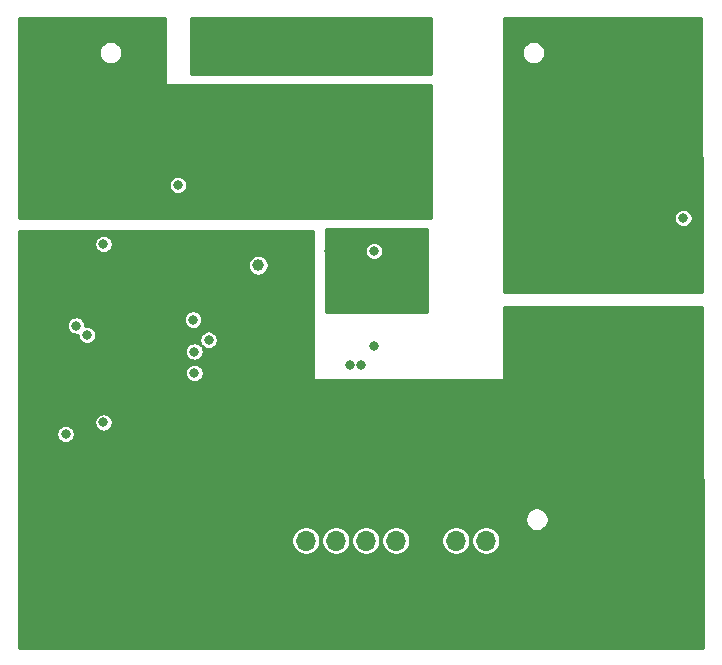
<source format=gbr>
%TF.GenerationSoftware,KiCad,Pcbnew,(5.1.8)-1*%
%TF.CreationDate,2022-03-13T17:16:43-07:00*%
%TF.ProjectId,lm5116_synchronous_buck,6c6d3531-3136-45f7-9379-6e6368726f6e,rev?*%
%TF.SameCoordinates,Original*%
%TF.FileFunction,Copper,L2,Inr*%
%TF.FilePolarity,Positive*%
%FSLAX46Y46*%
G04 Gerber Fmt 4.6, Leading zero omitted, Abs format (unit mm)*
G04 Created by KiCad (PCBNEW (5.1.8)-1) date 2022-03-13 17:16:43*
%MOMM*%
%LPD*%
G01*
G04 APERTURE LIST*
%TA.AperFunction,ComponentPad*%
%ADD10C,0.900000*%
%TD*%
%TA.AperFunction,ComponentPad*%
%ADD11C,9.000000*%
%TD*%
%TA.AperFunction,ComponentPad*%
%ADD12O,1.700000X1.700000*%
%TD*%
%TA.AperFunction,ComponentPad*%
%ADD13R,1.700000X1.700000*%
%TD*%
%TA.AperFunction,ViaPad*%
%ADD14C,0.800000*%
%TD*%
%TA.AperFunction,ViaPad*%
%ADD15C,1.000000*%
%TD*%
%TA.AperFunction,Conductor*%
%ADD16C,0.254000*%
%TD*%
%TA.AperFunction,Conductor*%
%ADD17C,0.100000*%
%TD*%
G04 APERTURE END LIST*
D10*
%TO.N,CSG*%
%TO.C,H4*%
X123386485Y-119813515D03*
X121000000Y-118825000D03*
X118613515Y-119813515D03*
X117625000Y-122200000D03*
X118613515Y-124586485D03*
X121000000Y-125575000D03*
X123386485Y-124586485D03*
X124375000Y-122200000D03*
D11*
X121000000Y-122200000D03*
%TD*%
D10*
%TO.N,Vout*%
%TO.C,H3*%
X168386485Y-82413515D03*
X166000000Y-81425000D03*
X163613515Y-82413515D03*
X162625000Y-84800000D03*
X163613515Y-87186485D03*
X166000000Y-88175000D03*
X168386485Y-87186485D03*
X169375000Y-84800000D03*
D11*
X166000000Y-84800000D03*
%TD*%
D10*
%TO.N,CSG*%
%TO.C,H2*%
X168386485Y-119813515D03*
X166000000Y-118825000D03*
X163613515Y-119813515D03*
X162625000Y-122200000D03*
X163613515Y-124586485D03*
X166000000Y-125575000D03*
X168386485Y-124586485D03*
X169375000Y-122200000D03*
D11*
X166000000Y-122200000D03*
%TD*%
D10*
%TO.N,Vin*%
%TO.C,H1*%
X123386485Y-82413515D03*
X121000000Y-81425000D03*
X118613515Y-82413515D03*
X117625000Y-84800000D03*
X118613515Y-87186485D03*
X121000000Y-88175000D03*
X123386485Y-87186485D03*
X124375000Y-84800000D03*
D11*
X121000000Y-84800000D03*
%TD*%
D12*
%TO.N,Vin*%
%TO.C,J2*%
X155480000Y-118700000D03*
%TO.N,Vout*%
X152940000Y-118700000D03*
%TO.N,CSG*%
X150400000Y-118700000D03*
%TO.N,SW*%
X147860000Y-118700000D03*
%TO.N,EN*%
X145320000Y-118700000D03*
%TO.N,CS*%
X142780000Y-118700000D03*
%TO.N,FB*%
X140240000Y-118700000D03*
D13*
%TO.N,CSG*%
X137700000Y-118700000D03*
%TD*%
D14*
%TO.N,CSG*%
X136400000Y-76200000D03*
X135400000Y-76200000D03*
X136400000Y-77200000D03*
X135400000Y-77200000D03*
X136400000Y-78200000D03*
X135400000Y-78200000D03*
X135300000Y-93600000D03*
X172700000Y-99700000D03*
X170100000Y-99700000D03*
X167700000Y-99700000D03*
X164900000Y-99700000D03*
X162200000Y-99700000D03*
X166700000Y-102000000D03*
X162200000Y-103500000D03*
X169700000Y-102000000D03*
X166700000Y-103500000D03*
X168200000Y-102000000D03*
X171200000Y-102000000D03*
X169700000Y-103500000D03*
X165200000Y-103500000D03*
X168200000Y-103500000D03*
X163700000Y-103500000D03*
X162200000Y-102000000D03*
X171200000Y-103500000D03*
X165200000Y-102000000D03*
X163700000Y-102000000D03*
X125300000Y-103100000D03*
X125300000Y-101400000D03*
X125300000Y-99700000D03*
X127000000Y-103100000D03*
X127000000Y-99700000D03*
X127000000Y-101400000D03*
X127000000Y-104800000D03*
X127800000Y-115700000D03*
X130800000Y-115700000D03*
X132300000Y-115700000D03*
X129300000Y-115700000D03*
X136800000Y-115700000D03*
X135300000Y-115700000D03*
X133800000Y-115700000D03*
X162100000Y-110400000D03*
X165100000Y-110400000D03*
X166600000Y-110400000D03*
X163600000Y-110400000D03*
X171100000Y-110400000D03*
X169600000Y-110400000D03*
X168100000Y-110400000D03*
X162100000Y-111900000D03*
X165100000Y-111900000D03*
X166600000Y-111900000D03*
X163600000Y-111900000D03*
X171100000Y-111900000D03*
X169600000Y-111900000D03*
X168100000Y-111900000D03*
X143200000Y-75600000D03*
X146200000Y-75600000D03*
X144700000Y-75600000D03*
X143200000Y-77500000D03*
X146200000Y-77500000D03*
X144700000Y-77500000D03*
X119400000Y-96900000D03*
X117700000Y-96900000D03*
X116700000Y-98700000D03*
X116700000Y-101200000D03*
X116600000Y-103600000D03*
X125800000Y-98000000D03*
X129400000Y-88600000D03*
X172200000Y-91400000D03*
X116400000Y-105700000D03*
X116300000Y-108300000D03*
X132900000Y-93575000D03*
%TO.N,FB*%
X119900000Y-109700000D03*
%TO.N,Vin*%
X136300000Y-84900000D03*
X135300000Y-84900000D03*
X136300000Y-83800000D03*
X135300000Y-83800000D03*
X136300000Y-82700000D03*
X135300000Y-82700000D03*
X140100000Y-90600000D03*
X137700000Y-90600000D03*
X135300000Y-90600000D03*
X132900000Y-90600000D03*
X142700000Y-90400000D03*
X144000000Y-90400000D03*
X145300000Y-90400000D03*
X145300000Y-88900000D03*
X144000000Y-88900000D03*
X142700000Y-88900000D03*
X143600000Y-83900000D03*
X145100000Y-83900000D03*
X142100000Y-83900000D03*
X149600000Y-83900000D03*
X148100000Y-83900000D03*
X146600000Y-83900000D03*
X143600000Y-85300000D03*
X145100000Y-85300000D03*
X142100000Y-85300000D03*
X149600000Y-85300000D03*
X148100000Y-85300000D03*
X146600000Y-85300000D03*
X126800000Y-84000000D03*
X128200000Y-84000000D03*
X129600000Y-84000000D03*
X126800000Y-85400000D03*
X128200000Y-85400000D03*
X129600000Y-85400000D03*
%TO.N,SW*%
X149500000Y-93100000D03*
X148200000Y-93100000D03*
X149500000Y-96800000D03*
X148200000Y-96800000D03*
X149500000Y-95500000D03*
X148200000Y-95500000D03*
X149500000Y-94200000D03*
X148200000Y-94200000D03*
X144000000Y-98100000D03*
X145500000Y-98100000D03*
X145500000Y-96900000D03*
X142200000Y-94200000D03*
X143500000Y-94200000D03*
X144700000Y-94200000D03*
D15*
X136200000Y-95400000D03*
D14*
%TO.N,Vcc*%
X120800000Y-100500000D03*
X132000000Y-101700000D03*
%TO.N,Vout*%
X158200000Y-96900000D03*
X159600000Y-95900000D03*
X158200000Y-95900000D03*
X159600000Y-94900000D03*
X158200000Y-94900000D03*
X159600000Y-93900000D03*
X158200000Y-93900000D03*
X159600000Y-92900000D03*
X158200000Y-92900000D03*
X172700000Y-96700000D03*
X170100000Y-96700000D03*
X167700000Y-96700000D03*
X164900000Y-96700000D03*
X162200000Y-96700000D03*
X161900000Y-78900000D03*
X164900000Y-78900000D03*
X166400000Y-78900000D03*
X163400000Y-78900000D03*
X170900000Y-78900000D03*
X169400000Y-78900000D03*
X167900000Y-78900000D03*
X123100000Y-108700000D03*
X162200000Y-94700000D03*
X165200000Y-94700000D03*
X166700000Y-94700000D03*
X163700000Y-94700000D03*
X171200000Y-94700000D03*
X169700000Y-94700000D03*
X168200000Y-94700000D03*
X162200000Y-93100000D03*
X163700000Y-93100000D03*
X165200000Y-93100000D03*
X166700000Y-93100000D03*
X168200000Y-93100000D03*
X169700000Y-93100000D03*
X171200000Y-93100000D03*
%TO.N,EN*%
X121700000Y-101300000D03*
X123100000Y-93600000D03*
%TO.N,CS*%
X144000000Y-103800000D03*
X144900000Y-103800000D03*
X130800000Y-104500000D03*
%TO.N,HO*%
X146000000Y-94200000D03*
X130700000Y-100000000D03*
%TO.N,LO*%
X146000000Y-102200000D03*
X130800000Y-102700000D03*
%TD*%
D16*
%TO.N,Vout*%
X173772458Y-97673000D02*
X157027000Y-97673000D01*
X157027000Y-91323078D01*
X171419000Y-91323078D01*
X171419000Y-91476922D01*
X171449013Y-91627809D01*
X171507887Y-91769942D01*
X171593358Y-91897859D01*
X171702141Y-92006642D01*
X171830058Y-92092113D01*
X171972191Y-92150987D01*
X172123078Y-92181000D01*
X172276922Y-92181000D01*
X172427809Y-92150987D01*
X172569942Y-92092113D01*
X172697859Y-92006642D01*
X172806642Y-91897859D01*
X172892113Y-91769942D01*
X172950987Y-91627809D01*
X172981000Y-91476922D01*
X172981000Y-91323078D01*
X172950987Y-91172191D01*
X172892113Y-91030058D01*
X172806642Y-90902141D01*
X172697859Y-90793358D01*
X172569942Y-90707887D01*
X172427809Y-90649013D01*
X172276922Y-90619000D01*
X172123078Y-90619000D01*
X171972191Y-90649013D01*
X171830058Y-90707887D01*
X171702141Y-90793358D01*
X171593358Y-90902141D01*
X171507887Y-91030058D01*
X171449013Y-91172191D01*
X171419000Y-91323078D01*
X157027000Y-91323078D01*
X157027000Y-77301787D01*
X158502825Y-77301787D01*
X158502825Y-77498213D01*
X158541146Y-77690865D01*
X158616315Y-77872340D01*
X158725444Y-78035662D01*
X158864338Y-78174556D01*
X159027660Y-78283685D01*
X159209135Y-78358854D01*
X159401787Y-78397175D01*
X159598213Y-78397175D01*
X159790865Y-78358854D01*
X159972340Y-78283685D01*
X160135662Y-78174556D01*
X160274556Y-78035662D01*
X160383685Y-77872340D01*
X160458854Y-77690865D01*
X160497175Y-77498213D01*
X160497175Y-77301787D01*
X160458854Y-77109135D01*
X160383685Y-76927660D01*
X160274556Y-76764338D01*
X160135662Y-76625444D01*
X159972340Y-76516315D01*
X159790865Y-76441146D01*
X159598213Y-76402825D01*
X159401787Y-76402825D01*
X159209135Y-76441146D01*
X159027660Y-76516315D01*
X158864338Y-76625444D01*
X158725444Y-76764338D01*
X158616315Y-76927660D01*
X158541146Y-77109135D01*
X158502825Y-77301787D01*
X157027000Y-77301787D01*
X157027000Y-74427000D01*
X173673539Y-74427000D01*
X173772458Y-97673000D01*
%TA.AperFunction,Conductor*%
D17*
G36*
X173772458Y-97673000D02*
G01*
X157027000Y-97673000D01*
X157027000Y-91323078D01*
X171419000Y-91323078D01*
X171419000Y-91476922D01*
X171449013Y-91627809D01*
X171507887Y-91769942D01*
X171593358Y-91897859D01*
X171702141Y-92006642D01*
X171830058Y-92092113D01*
X171972191Y-92150987D01*
X172123078Y-92181000D01*
X172276922Y-92181000D01*
X172427809Y-92150987D01*
X172569942Y-92092113D01*
X172697859Y-92006642D01*
X172806642Y-91897859D01*
X172892113Y-91769942D01*
X172950987Y-91627809D01*
X172981000Y-91476922D01*
X172981000Y-91323078D01*
X172950987Y-91172191D01*
X172892113Y-91030058D01*
X172806642Y-90902141D01*
X172697859Y-90793358D01*
X172569942Y-90707887D01*
X172427809Y-90649013D01*
X172276922Y-90619000D01*
X172123078Y-90619000D01*
X171972191Y-90649013D01*
X171830058Y-90707887D01*
X171702141Y-90793358D01*
X171593358Y-90902141D01*
X171507887Y-91030058D01*
X171449013Y-91172191D01*
X171419000Y-91323078D01*
X157027000Y-91323078D01*
X157027000Y-77301787D01*
X158502825Y-77301787D01*
X158502825Y-77498213D01*
X158541146Y-77690865D01*
X158616315Y-77872340D01*
X158725444Y-78035662D01*
X158864338Y-78174556D01*
X159027660Y-78283685D01*
X159209135Y-78358854D01*
X159401787Y-78397175D01*
X159598213Y-78397175D01*
X159790865Y-78358854D01*
X159972340Y-78283685D01*
X160135662Y-78174556D01*
X160274556Y-78035662D01*
X160383685Y-77872340D01*
X160458854Y-77690865D01*
X160497175Y-77498213D01*
X160497175Y-77301787D01*
X160458854Y-77109135D01*
X160383685Y-76927660D01*
X160274556Y-76764338D01*
X160135662Y-76625444D01*
X159972340Y-76516315D01*
X159790865Y-76441146D01*
X159598213Y-76402825D01*
X159401787Y-76402825D01*
X159209135Y-76441146D01*
X159027660Y-76516315D01*
X158864338Y-76625444D01*
X158725444Y-76764338D01*
X158616315Y-76927660D01*
X158541146Y-77109135D01*
X158502825Y-77301787D01*
X157027000Y-77301787D01*
X157027000Y-74427000D01*
X173673539Y-74427000D01*
X173772458Y-97673000D01*
G37*
%TD.AperFunction*%
%TD*%
D16*
%TO.N,CSG*%
X150873000Y-79173000D02*
X130527000Y-79173000D01*
X130527000Y-74427000D01*
X150873000Y-74427000D01*
X150873000Y-79173000D01*
%TA.AperFunction,Conductor*%
D17*
G36*
X150873000Y-79173000D02*
G01*
X130527000Y-79173000D01*
X130527000Y-74427000D01*
X150873000Y-74427000D01*
X150873000Y-79173000D01*
G37*
%TD.AperFunction*%
%TD*%
D16*
%TO.N,Vin*%
X128273000Y-80000000D02*
X128275440Y-80024776D01*
X128282667Y-80048601D01*
X128294403Y-80070557D01*
X128310197Y-80089803D01*
X128329443Y-80105597D01*
X128351399Y-80117333D01*
X128375224Y-80124560D01*
X128400000Y-80127000D01*
X150873000Y-80127000D01*
X150873000Y-91373000D01*
X115927000Y-91373000D01*
X115927000Y-88523078D01*
X128619000Y-88523078D01*
X128619000Y-88676922D01*
X128649013Y-88827809D01*
X128707887Y-88969942D01*
X128793358Y-89097859D01*
X128902141Y-89206642D01*
X129030058Y-89292113D01*
X129172191Y-89350987D01*
X129323078Y-89381000D01*
X129476922Y-89381000D01*
X129627809Y-89350987D01*
X129769942Y-89292113D01*
X129897859Y-89206642D01*
X130006642Y-89097859D01*
X130092113Y-88969942D01*
X130150987Y-88827809D01*
X130181000Y-88676922D01*
X130181000Y-88523078D01*
X130150987Y-88372191D01*
X130092113Y-88230058D01*
X130006642Y-88102141D01*
X129897859Y-87993358D01*
X129769942Y-87907887D01*
X129627809Y-87849013D01*
X129476922Y-87819000D01*
X129323078Y-87819000D01*
X129172191Y-87849013D01*
X129030058Y-87907887D01*
X128902141Y-87993358D01*
X128793358Y-88102141D01*
X128707887Y-88230058D01*
X128649013Y-88372191D01*
X128619000Y-88523078D01*
X115927000Y-88523078D01*
X115927000Y-77301787D01*
X122702825Y-77301787D01*
X122702825Y-77498213D01*
X122741146Y-77690865D01*
X122816315Y-77872340D01*
X122925444Y-78035662D01*
X123064338Y-78174556D01*
X123227660Y-78283685D01*
X123409135Y-78358854D01*
X123601787Y-78397175D01*
X123798213Y-78397175D01*
X123990865Y-78358854D01*
X124172340Y-78283685D01*
X124335662Y-78174556D01*
X124474556Y-78035662D01*
X124583685Y-77872340D01*
X124658854Y-77690865D01*
X124697175Y-77498213D01*
X124697175Y-77301787D01*
X124658854Y-77109135D01*
X124583685Y-76927660D01*
X124474556Y-76764338D01*
X124335662Y-76625444D01*
X124172340Y-76516315D01*
X123990865Y-76441146D01*
X123798213Y-76402825D01*
X123601787Y-76402825D01*
X123409135Y-76441146D01*
X123227660Y-76516315D01*
X123064338Y-76625444D01*
X122925444Y-76764338D01*
X122816315Y-76927660D01*
X122741146Y-77109135D01*
X122702825Y-77301787D01*
X115927000Y-77301787D01*
X115927000Y-74427000D01*
X128273000Y-74427000D01*
X128273000Y-80000000D01*
%TA.AperFunction,Conductor*%
D17*
G36*
X128273000Y-80000000D02*
G01*
X128275440Y-80024776D01*
X128282667Y-80048601D01*
X128294403Y-80070557D01*
X128310197Y-80089803D01*
X128329443Y-80105597D01*
X128351399Y-80117333D01*
X128375224Y-80124560D01*
X128400000Y-80127000D01*
X150873000Y-80127000D01*
X150873000Y-91373000D01*
X115927000Y-91373000D01*
X115927000Y-88523078D01*
X128619000Y-88523078D01*
X128619000Y-88676922D01*
X128649013Y-88827809D01*
X128707887Y-88969942D01*
X128793358Y-89097859D01*
X128902141Y-89206642D01*
X129030058Y-89292113D01*
X129172191Y-89350987D01*
X129323078Y-89381000D01*
X129476922Y-89381000D01*
X129627809Y-89350987D01*
X129769942Y-89292113D01*
X129897859Y-89206642D01*
X130006642Y-89097859D01*
X130092113Y-88969942D01*
X130150987Y-88827809D01*
X130181000Y-88676922D01*
X130181000Y-88523078D01*
X130150987Y-88372191D01*
X130092113Y-88230058D01*
X130006642Y-88102141D01*
X129897859Y-87993358D01*
X129769942Y-87907887D01*
X129627809Y-87849013D01*
X129476922Y-87819000D01*
X129323078Y-87819000D01*
X129172191Y-87849013D01*
X129030058Y-87907887D01*
X128902141Y-87993358D01*
X128793358Y-88102141D01*
X128707887Y-88230058D01*
X128649013Y-88372191D01*
X128619000Y-88523078D01*
X115927000Y-88523078D01*
X115927000Y-77301787D01*
X122702825Y-77301787D01*
X122702825Y-77498213D01*
X122741146Y-77690865D01*
X122816315Y-77872340D01*
X122925444Y-78035662D01*
X123064338Y-78174556D01*
X123227660Y-78283685D01*
X123409135Y-78358854D01*
X123601787Y-78397175D01*
X123798213Y-78397175D01*
X123990865Y-78358854D01*
X124172340Y-78283685D01*
X124335662Y-78174556D01*
X124474556Y-78035662D01*
X124583685Y-77872340D01*
X124658854Y-77690865D01*
X124697175Y-77498213D01*
X124697175Y-77301787D01*
X124658854Y-77109135D01*
X124583685Y-76927660D01*
X124474556Y-76764338D01*
X124335662Y-76625444D01*
X124172340Y-76516315D01*
X123990865Y-76441146D01*
X123798213Y-76402825D01*
X123601787Y-76402825D01*
X123409135Y-76441146D01*
X123227660Y-76516315D01*
X123064338Y-76625444D01*
X122925444Y-76764338D01*
X122816315Y-76927660D01*
X122741146Y-77109135D01*
X122702825Y-77301787D01*
X115927000Y-77301787D01*
X115927000Y-74427000D01*
X128273000Y-74427000D01*
X128273000Y-80000000D01*
G37*
%TD.AperFunction*%
%TD*%
D16*
%TO.N,SW*%
X150473000Y-99373000D02*
X141927000Y-99373000D01*
X141927000Y-94123078D01*
X145219000Y-94123078D01*
X145219000Y-94276922D01*
X145249013Y-94427809D01*
X145307887Y-94569942D01*
X145393358Y-94697859D01*
X145502141Y-94806642D01*
X145630058Y-94892113D01*
X145772191Y-94950987D01*
X145923078Y-94981000D01*
X146076922Y-94981000D01*
X146227809Y-94950987D01*
X146369942Y-94892113D01*
X146497859Y-94806642D01*
X146606642Y-94697859D01*
X146692113Y-94569942D01*
X146750987Y-94427809D01*
X146781000Y-94276922D01*
X146781000Y-94123078D01*
X146750987Y-93972191D01*
X146692113Y-93830058D01*
X146606642Y-93702141D01*
X146497859Y-93593358D01*
X146369942Y-93507887D01*
X146227809Y-93449013D01*
X146076922Y-93419000D01*
X145923078Y-93419000D01*
X145772191Y-93449013D01*
X145630058Y-93507887D01*
X145502141Y-93593358D01*
X145393358Y-93702141D01*
X145307887Y-93830058D01*
X145249013Y-93972191D01*
X145219000Y-94123078D01*
X141927000Y-94123078D01*
X141927000Y-92327000D01*
X150473000Y-92327000D01*
X150473000Y-99373000D01*
%TA.AperFunction,Conductor*%
D17*
G36*
X150473000Y-99373000D02*
G01*
X141927000Y-99373000D01*
X141927000Y-94123078D01*
X145219000Y-94123078D01*
X145219000Y-94276922D01*
X145249013Y-94427809D01*
X145307887Y-94569942D01*
X145393358Y-94697859D01*
X145502141Y-94806642D01*
X145630058Y-94892113D01*
X145772191Y-94950987D01*
X145923078Y-94981000D01*
X146076922Y-94981000D01*
X146227809Y-94950987D01*
X146369942Y-94892113D01*
X146497859Y-94806642D01*
X146606642Y-94697859D01*
X146692113Y-94569942D01*
X146750987Y-94427809D01*
X146781000Y-94276922D01*
X146781000Y-94123078D01*
X146750987Y-93972191D01*
X146692113Y-93830058D01*
X146606642Y-93702141D01*
X146497859Y-93593358D01*
X146369942Y-93507887D01*
X146227809Y-93449013D01*
X146076922Y-93419000D01*
X145923078Y-93419000D01*
X145772191Y-93449013D01*
X145630058Y-93507887D01*
X145502141Y-93593358D01*
X145393358Y-93702141D01*
X145307887Y-93830058D01*
X145249013Y-93972191D01*
X145219000Y-94123078D01*
X141927000Y-94123078D01*
X141927000Y-92327000D01*
X150473000Y-92327000D01*
X150473000Y-99373000D01*
G37*
%TD.AperFunction*%
%TD*%
D16*
%TO.N,CSG*%
X140873000Y-105000000D02*
X140875440Y-105024776D01*
X140882667Y-105048601D01*
X140894403Y-105070557D01*
X140910197Y-105089803D01*
X140929443Y-105105597D01*
X140951399Y-105117333D01*
X140975224Y-105124560D01*
X141000000Y-105127000D01*
X156900000Y-105127000D01*
X156924776Y-105124560D01*
X156948601Y-105117333D01*
X156970557Y-105105597D01*
X156989803Y-105089803D01*
X157005597Y-105070557D01*
X157017333Y-105048601D01*
X157024560Y-105024776D01*
X157027000Y-105000000D01*
X157027000Y-98927000D01*
X173773436Y-98927000D01*
X173872563Y-127773000D01*
X115927000Y-127773000D01*
X115927000Y-118578757D01*
X139009000Y-118578757D01*
X139009000Y-118821243D01*
X139056307Y-119059069D01*
X139149102Y-119283097D01*
X139283820Y-119484717D01*
X139455283Y-119656180D01*
X139656903Y-119790898D01*
X139880931Y-119883693D01*
X140118757Y-119931000D01*
X140361243Y-119931000D01*
X140599069Y-119883693D01*
X140823097Y-119790898D01*
X141024717Y-119656180D01*
X141196180Y-119484717D01*
X141330898Y-119283097D01*
X141423693Y-119059069D01*
X141471000Y-118821243D01*
X141471000Y-118578757D01*
X141549000Y-118578757D01*
X141549000Y-118821243D01*
X141596307Y-119059069D01*
X141689102Y-119283097D01*
X141823820Y-119484717D01*
X141995283Y-119656180D01*
X142196903Y-119790898D01*
X142420931Y-119883693D01*
X142658757Y-119931000D01*
X142901243Y-119931000D01*
X143139069Y-119883693D01*
X143363097Y-119790898D01*
X143564717Y-119656180D01*
X143736180Y-119484717D01*
X143870898Y-119283097D01*
X143963693Y-119059069D01*
X144011000Y-118821243D01*
X144011000Y-118578757D01*
X144089000Y-118578757D01*
X144089000Y-118821243D01*
X144136307Y-119059069D01*
X144229102Y-119283097D01*
X144363820Y-119484717D01*
X144535283Y-119656180D01*
X144736903Y-119790898D01*
X144960931Y-119883693D01*
X145198757Y-119931000D01*
X145441243Y-119931000D01*
X145679069Y-119883693D01*
X145903097Y-119790898D01*
X146104717Y-119656180D01*
X146276180Y-119484717D01*
X146410898Y-119283097D01*
X146503693Y-119059069D01*
X146551000Y-118821243D01*
X146551000Y-118578757D01*
X146629000Y-118578757D01*
X146629000Y-118821243D01*
X146676307Y-119059069D01*
X146769102Y-119283097D01*
X146903820Y-119484717D01*
X147075283Y-119656180D01*
X147276903Y-119790898D01*
X147500931Y-119883693D01*
X147738757Y-119931000D01*
X147981243Y-119931000D01*
X148219069Y-119883693D01*
X148443097Y-119790898D01*
X148644717Y-119656180D01*
X148816180Y-119484717D01*
X148950898Y-119283097D01*
X149043693Y-119059069D01*
X149091000Y-118821243D01*
X149091000Y-118578757D01*
X151709000Y-118578757D01*
X151709000Y-118821243D01*
X151756307Y-119059069D01*
X151849102Y-119283097D01*
X151983820Y-119484717D01*
X152155283Y-119656180D01*
X152356903Y-119790898D01*
X152580931Y-119883693D01*
X152818757Y-119931000D01*
X153061243Y-119931000D01*
X153299069Y-119883693D01*
X153523097Y-119790898D01*
X153724717Y-119656180D01*
X153896180Y-119484717D01*
X154030898Y-119283097D01*
X154123693Y-119059069D01*
X154171000Y-118821243D01*
X154171000Y-118578757D01*
X154249000Y-118578757D01*
X154249000Y-118821243D01*
X154296307Y-119059069D01*
X154389102Y-119283097D01*
X154523820Y-119484717D01*
X154695283Y-119656180D01*
X154896903Y-119790898D01*
X155120931Y-119883693D01*
X155358757Y-119931000D01*
X155601243Y-119931000D01*
X155839069Y-119883693D01*
X156063097Y-119790898D01*
X156264717Y-119656180D01*
X156436180Y-119484717D01*
X156570898Y-119283097D01*
X156663693Y-119059069D01*
X156711000Y-118821243D01*
X156711000Y-118578757D01*
X156663693Y-118340931D01*
X156570898Y-118116903D01*
X156436180Y-117915283D01*
X156264717Y-117743820D01*
X156063097Y-117609102D01*
X155839069Y-117516307D01*
X155601243Y-117469000D01*
X155358757Y-117469000D01*
X155120931Y-117516307D01*
X154896903Y-117609102D01*
X154695283Y-117743820D01*
X154523820Y-117915283D01*
X154389102Y-118116903D01*
X154296307Y-118340931D01*
X154249000Y-118578757D01*
X154171000Y-118578757D01*
X154123693Y-118340931D01*
X154030898Y-118116903D01*
X153896180Y-117915283D01*
X153724717Y-117743820D01*
X153523097Y-117609102D01*
X153299069Y-117516307D01*
X153061243Y-117469000D01*
X152818757Y-117469000D01*
X152580931Y-117516307D01*
X152356903Y-117609102D01*
X152155283Y-117743820D01*
X151983820Y-117915283D01*
X151849102Y-118116903D01*
X151756307Y-118340931D01*
X151709000Y-118578757D01*
X149091000Y-118578757D01*
X149043693Y-118340931D01*
X148950898Y-118116903D01*
X148816180Y-117915283D01*
X148644717Y-117743820D01*
X148443097Y-117609102D01*
X148219069Y-117516307D01*
X147981243Y-117469000D01*
X147738757Y-117469000D01*
X147500931Y-117516307D01*
X147276903Y-117609102D01*
X147075283Y-117743820D01*
X146903820Y-117915283D01*
X146769102Y-118116903D01*
X146676307Y-118340931D01*
X146629000Y-118578757D01*
X146551000Y-118578757D01*
X146503693Y-118340931D01*
X146410898Y-118116903D01*
X146276180Y-117915283D01*
X146104717Y-117743820D01*
X145903097Y-117609102D01*
X145679069Y-117516307D01*
X145441243Y-117469000D01*
X145198757Y-117469000D01*
X144960931Y-117516307D01*
X144736903Y-117609102D01*
X144535283Y-117743820D01*
X144363820Y-117915283D01*
X144229102Y-118116903D01*
X144136307Y-118340931D01*
X144089000Y-118578757D01*
X144011000Y-118578757D01*
X143963693Y-118340931D01*
X143870898Y-118116903D01*
X143736180Y-117915283D01*
X143564717Y-117743820D01*
X143363097Y-117609102D01*
X143139069Y-117516307D01*
X142901243Y-117469000D01*
X142658757Y-117469000D01*
X142420931Y-117516307D01*
X142196903Y-117609102D01*
X141995283Y-117743820D01*
X141823820Y-117915283D01*
X141689102Y-118116903D01*
X141596307Y-118340931D01*
X141549000Y-118578757D01*
X141471000Y-118578757D01*
X141423693Y-118340931D01*
X141330898Y-118116903D01*
X141196180Y-117915283D01*
X141024717Y-117743820D01*
X140823097Y-117609102D01*
X140599069Y-117516307D01*
X140361243Y-117469000D01*
X140118757Y-117469000D01*
X139880931Y-117516307D01*
X139656903Y-117609102D01*
X139455283Y-117743820D01*
X139283820Y-117915283D01*
X139149102Y-118116903D01*
X139056307Y-118340931D01*
X139009000Y-118578757D01*
X115927000Y-118578757D01*
X115927000Y-116801787D01*
X158802825Y-116801787D01*
X158802825Y-116998213D01*
X158841146Y-117190865D01*
X158916315Y-117372340D01*
X159025444Y-117535662D01*
X159164338Y-117674556D01*
X159327660Y-117783685D01*
X159509135Y-117858854D01*
X159701787Y-117897175D01*
X159898213Y-117897175D01*
X160090865Y-117858854D01*
X160272340Y-117783685D01*
X160435662Y-117674556D01*
X160574556Y-117535662D01*
X160683685Y-117372340D01*
X160758854Y-117190865D01*
X160797175Y-116998213D01*
X160797175Y-116801787D01*
X160758854Y-116609135D01*
X160683685Y-116427660D01*
X160574556Y-116264338D01*
X160435662Y-116125444D01*
X160272340Y-116016315D01*
X160090865Y-115941146D01*
X159898213Y-115902825D01*
X159701787Y-115902825D01*
X159509135Y-115941146D01*
X159327660Y-116016315D01*
X159164338Y-116125444D01*
X159025444Y-116264338D01*
X158916315Y-116427660D01*
X158841146Y-116609135D01*
X158802825Y-116801787D01*
X115927000Y-116801787D01*
X115927000Y-109623078D01*
X119119000Y-109623078D01*
X119119000Y-109776922D01*
X119149013Y-109927809D01*
X119207887Y-110069942D01*
X119293358Y-110197859D01*
X119402141Y-110306642D01*
X119530058Y-110392113D01*
X119672191Y-110450987D01*
X119823078Y-110481000D01*
X119976922Y-110481000D01*
X120127809Y-110450987D01*
X120269942Y-110392113D01*
X120397859Y-110306642D01*
X120506642Y-110197859D01*
X120592113Y-110069942D01*
X120650987Y-109927809D01*
X120681000Y-109776922D01*
X120681000Y-109623078D01*
X120650987Y-109472191D01*
X120592113Y-109330058D01*
X120506642Y-109202141D01*
X120397859Y-109093358D01*
X120269942Y-109007887D01*
X120127809Y-108949013D01*
X119976922Y-108919000D01*
X119823078Y-108919000D01*
X119672191Y-108949013D01*
X119530058Y-109007887D01*
X119402141Y-109093358D01*
X119293358Y-109202141D01*
X119207887Y-109330058D01*
X119149013Y-109472191D01*
X119119000Y-109623078D01*
X115927000Y-109623078D01*
X115927000Y-108623078D01*
X122319000Y-108623078D01*
X122319000Y-108776922D01*
X122349013Y-108927809D01*
X122407887Y-109069942D01*
X122493358Y-109197859D01*
X122602141Y-109306642D01*
X122730058Y-109392113D01*
X122872191Y-109450987D01*
X123023078Y-109481000D01*
X123176922Y-109481000D01*
X123327809Y-109450987D01*
X123469942Y-109392113D01*
X123597859Y-109306642D01*
X123706642Y-109197859D01*
X123792113Y-109069942D01*
X123850987Y-108927809D01*
X123881000Y-108776922D01*
X123881000Y-108623078D01*
X123850987Y-108472191D01*
X123792113Y-108330058D01*
X123706642Y-108202141D01*
X123597859Y-108093358D01*
X123469942Y-108007887D01*
X123327809Y-107949013D01*
X123176922Y-107919000D01*
X123023078Y-107919000D01*
X122872191Y-107949013D01*
X122730058Y-108007887D01*
X122602141Y-108093358D01*
X122493358Y-108202141D01*
X122407887Y-108330058D01*
X122349013Y-108472191D01*
X122319000Y-108623078D01*
X115927000Y-108623078D01*
X115927000Y-104423078D01*
X130019000Y-104423078D01*
X130019000Y-104576922D01*
X130049013Y-104727809D01*
X130107887Y-104869942D01*
X130193358Y-104997859D01*
X130302141Y-105106642D01*
X130430058Y-105192113D01*
X130572191Y-105250987D01*
X130723078Y-105281000D01*
X130876922Y-105281000D01*
X131027809Y-105250987D01*
X131169942Y-105192113D01*
X131297859Y-105106642D01*
X131406642Y-104997859D01*
X131492113Y-104869942D01*
X131550987Y-104727809D01*
X131581000Y-104576922D01*
X131581000Y-104423078D01*
X131550987Y-104272191D01*
X131492113Y-104130058D01*
X131406642Y-104002141D01*
X131297859Y-103893358D01*
X131169942Y-103807887D01*
X131027809Y-103749013D01*
X130876922Y-103719000D01*
X130723078Y-103719000D01*
X130572191Y-103749013D01*
X130430058Y-103807887D01*
X130302141Y-103893358D01*
X130193358Y-104002141D01*
X130107887Y-104130058D01*
X130049013Y-104272191D01*
X130019000Y-104423078D01*
X115927000Y-104423078D01*
X115927000Y-102623078D01*
X130019000Y-102623078D01*
X130019000Y-102776922D01*
X130049013Y-102927809D01*
X130107887Y-103069942D01*
X130193358Y-103197859D01*
X130302141Y-103306642D01*
X130430058Y-103392113D01*
X130572191Y-103450987D01*
X130723078Y-103481000D01*
X130876922Y-103481000D01*
X131027809Y-103450987D01*
X131169942Y-103392113D01*
X131297859Y-103306642D01*
X131406642Y-103197859D01*
X131492113Y-103069942D01*
X131550987Y-102927809D01*
X131581000Y-102776922D01*
X131581000Y-102623078D01*
X131550987Y-102472191D01*
X131492113Y-102330058D01*
X131424769Y-102229270D01*
X131502141Y-102306642D01*
X131630058Y-102392113D01*
X131772191Y-102450987D01*
X131923078Y-102481000D01*
X132076922Y-102481000D01*
X132227809Y-102450987D01*
X132369942Y-102392113D01*
X132497859Y-102306642D01*
X132606642Y-102197859D01*
X132692113Y-102069942D01*
X132750987Y-101927809D01*
X132781000Y-101776922D01*
X132781000Y-101623078D01*
X132750987Y-101472191D01*
X132692113Y-101330058D01*
X132606642Y-101202141D01*
X132497859Y-101093358D01*
X132369942Y-101007887D01*
X132227809Y-100949013D01*
X132076922Y-100919000D01*
X131923078Y-100919000D01*
X131772191Y-100949013D01*
X131630058Y-101007887D01*
X131502141Y-101093358D01*
X131393358Y-101202141D01*
X131307887Y-101330058D01*
X131249013Y-101472191D01*
X131219000Y-101623078D01*
X131219000Y-101776922D01*
X131249013Y-101927809D01*
X131307887Y-102069942D01*
X131375231Y-102170730D01*
X131297859Y-102093358D01*
X131169942Y-102007887D01*
X131027809Y-101949013D01*
X130876922Y-101919000D01*
X130723078Y-101919000D01*
X130572191Y-101949013D01*
X130430058Y-102007887D01*
X130302141Y-102093358D01*
X130193358Y-102202141D01*
X130107887Y-102330058D01*
X130049013Y-102472191D01*
X130019000Y-102623078D01*
X115927000Y-102623078D01*
X115927000Y-100423078D01*
X120019000Y-100423078D01*
X120019000Y-100576922D01*
X120049013Y-100727809D01*
X120107887Y-100869942D01*
X120193358Y-100997859D01*
X120302141Y-101106642D01*
X120430058Y-101192113D01*
X120572191Y-101250987D01*
X120723078Y-101281000D01*
X120876922Y-101281000D01*
X120919000Y-101272630D01*
X120919000Y-101376922D01*
X120949013Y-101527809D01*
X121007887Y-101669942D01*
X121093358Y-101797859D01*
X121202141Y-101906642D01*
X121330058Y-101992113D01*
X121472191Y-102050987D01*
X121623078Y-102081000D01*
X121776922Y-102081000D01*
X121927809Y-102050987D01*
X122069942Y-101992113D01*
X122197859Y-101906642D01*
X122306642Y-101797859D01*
X122392113Y-101669942D01*
X122450987Y-101527809D01*
X122481000Y-101376922D01*
X122481000Y-101223078D01*
X122450987Y-101072191D01*
X122392113Y-100930058D01*
X122306642Y-100802141D01*
X122197859Y-100693358D01*
X122069942Y-100607887D01*
X121927809Y-100549013D01*
X121776922Y-100519000D01*
X121623078Y-100519000D01*
X121581000Y-100527370D01*
X121581000Y-100423078D01*
X121550987Y-100272191D01*
X121492113Y-100130058D01*
X121406642Y-100002141D01*
X121327579Y-99923078D01*
X129919000Y-99923078D01*
X129919000Y-100076922D01*
X129949013Y-100227809D01*
X130007887Y-100369942D01*
X130093358Y-100497859D01*
X130202141Y-100606642D01*
X130330058Y-100692113D01*
X130472191Y-100750987D01*
X130623078Y-100781000D01*
X130776922Y-100781000D01*
X130927809Y-100750987D01*
X131069942Y-100692113D01*
X131197859Y-100606642D01*
X131306642Y-100497859D01*
X131392113Y-100369942D01*
X131450987Y-100227809D01*
X131481000Y-100076922D01*
X131481000Y-99923078D01*
X131450987Y-99772191D01*
X131392113Y-99630058D01*
X131306642Y-99502141D01*
X131197859Y-99393358D01*
X131069942Y-99307887D01*
X130927809Y-99249013D01*
X130776922Y-99219000D01*
X130623078Y-99219000D01*
X130472191Y-99249013D01*
X130330058Y-99307887D01*
X130202141Y-99393358D01*
X130093358Y-99502141D01*
X130007887Y-99630058D01*
X129949013Y-99772191D01*
X129919000Y-99923078D01*
X121327579Y-99923078D01*
X121297859Y-99893358D01*
X121169942Y-99807887D01*
X121027809Y-99749013D01*
X120876922Y-99719000D01*
X120723078Y-99719000D01*
X120572191Y-99749013D01*
X120430058Y-99807887D01*
X120302141Y-99893358D01*
X120193358Y-100002141D01*
X120107887Y-100130058D01*
X120049013Y-100272191D01*
X120019000Y-100423078D01*
X115927000Y-100423078D01*
X115927000Y-95313229D01*
X135319000Y-95313229D01*
X135319000Y-95486771D01*
X135352856Y-95656978D01*
X135419268Y-95817310D01*
X135515682Y-95961605D01*
X135638395Y-96084318D01*
X135782690Y-96180732D01*
X135943022Y-96247144D01*
X136113229Y-96281000D01*
X136286771Y-96281000D01*
X136456978Y-96247144D01*
X136617310Y-96180732D01*
X136761605Y-96084318D01*
X136884318Y-95961605D01*
X136980732Y-95817310D01*
X137047144Y-95656978D01*
X137081000Y-95486771D01*
X137081000Y-95313229D01*
X137047144Y-95143022D01*
X136980732Y-94982690D01*
X136884318Y-94838395D01*
X136761605Y-94715682D01*
X136617310Y-94619268D01*
X136456978Y-94552856D01*
X136286771Y-94519000D01*
X136113229Y-94519000D01*
X135943022Y-94552856D01*
X135782690Y-94619268D01*
X135638395Y-94715682D01*
X135515682Y-94838395D01*
X135419268Y-94982690D01*
X135352856Y-95143022D01*
X135319000Y-95313229D01*
X115927000Y-95313229D01*
X115927000Y-93523078D01*
X122319000Y-93523078D01*
X122319000Y-93676922D01*
X122349013Y-93827809D01*
X122407887Y-93969942D01*
X122493358Y-94097859D01*
X122602141Y-94206642D01*
X122730058Y-94292113D01*
X122872191Y-94350987D01*
X123023078Y-94381000D01*
X123176922Y-94381000D01*
X123327809Y-94350987D01*
X123469942Y-94292113D01*
X123597859Y-94206642D01*
X123706642Y-94097859D01*
X123792113Y-93969942D01*
X123850987Y-93827809D01*
X123881000Y-93676922D01*
X123881000Y-93523078D01*
X123850987Y-93372191D01*
X123792113Y-93230058D01*
X123706642Y-93102141D01*
X123597859Y-92993358D01*
X123469942Y-92907887D01*
X123327809Y-92849013D01*
X123176922Y-92819000D01*
X123023078Y-92819000D01*
X122872191Y-92849013D01*
X122730058Y-92907887D01*
X122602141Y-92993358D01*
X122493358Y-93102141D01*
X122407887Y-93230058D01*
X122349013Y-93372191D01*
X122319000Y-93523078D01*
X115927000Y-93523078D01*
X115927000Y-92527000D01*
X140873000Y-92527000D01*
X140873000Y-105000000D01*
%TA.AperFunction,Conductor*%
D17*
G36*
X140873000Y-105000000D02*
G01*
X140875440Y-105024776D01*
X140882667Y-105048601D01*
X140894403Y-105070557D01*
X140910197Y-105089803D01*
X140929443Y-105105597D01*
X140951399Y-105117333D01*
X140975224Y-105124560D01*
X141000000Y-105127000D01*
X156900000Y-105127000D01*
X156924776Y-105124560D01*
X156948601Y-105117333D01*
X156970557Y-105105597D01*
X156989803Y-105089803D01*
X157005597Y-105070557D01*
X157017333Y-105048601D01*
X157024560Y-105024776D01*
X157027000Y-105000000D01*
X157027000Y-98927000D01*
X173773436Y-98927000D01*
X173872563Y-127773000D01*
X115927000Y-127773000D01*
X115927000Y-118578757D01*
X139009000Y-118578757D01*
X139009000Y-118821243D01*
X139056307Y-119059069D01*
X139149102Y-119283097D01*
X139283820Y-119484717D01*
X139455283Y-119656180D01*
X139656903Y-119790898D01*
X139880931Y-119883693D01*
X140118757Y-119931000D01*
X140361243Y-119931000D01*
X140599069Y-119883693D01*
X140823097Y-119790898D01*
X141024717Y-119656180D01*
X141196180Y-119484717D01*
X141330898Y-119283097D01*
X141423693Y-119059069D01*
X141471000Y-118821243D01*
X141471000Y-118578757D01*
X141549000Y-118578757D01*
X141549000Y-118821243D01*
X141596307Y-119059069D01*
X141689102Y-119283097D01*
X141823820Y-119484717D01*
X141995283Y-119656180D01*
X142196903Y-119790898D01*
X142420931Y-119883693D01*
X142658757Y-119931000D01*
X142901243Y-119931000D01*
X143139069Y-119883693D01*
X143363097Y-119790898D01*
X143564717Y-119656180D01*
X143736180Y-119484717D01*
X143870898Y-119283097D01*
X143963693Y-119059069D01*
X144011000Y-118821243D01*
X144011000Y-118578757D01*
X144089000Y-118578757D01*
X144089000Y-118821243D01*
X144136307Y-119059069D01*
X144229102Y-119283097D01*
X144363820Y-119484717D01*
X144535283Y-119656180D01*
X144736903Y-119790898D01*
X144960931Y-119883693D01*
X145198757Y-119931000D01*
X145441243Y-119931000D01*
X145679069Y-119883693D01*
X145903097Y-119790898D01*
X146104717Y-119656180D01*
X146276180Y-119484717D01*
X146410898Y-119283097D01*
X146503693Y-119059069D01*
X146551000Y-118821243D01*
X146551000Y-118578757D01*
X146629000Y-118578757D01*
X146629000Y-118821243D01*
X146676307Y-119059069D01*
X146769102Y-119283097D01*
X146903820Y-119484717D01*
X147075283Y-119656180D01*
X147276903Y-119790898D01*
X147500931Y-119883693D01*
X147738757Y-119931000D01*
X147981243Y-119931000D01*
X148219069Y-119883693D01*
X148443097Y-119790898D01*
X148644717Y-119656180D01*
X148816180Y-119484717D01*
X148950898Y-119283097D01*
X149043693Y-119059069D01*
X149091000Y-118821243D01*
X149091000Y-118578757D01*
X151709000Y-118578757D01*
X151709000Y-118821243D01*
X151756307Y-119059069D01*
X151849102Y-119283097D01*
X151983820Y-119484717D01*
X152155283Y-119656180D01*
X152356903Y-119790898D01*
X152580931Y-119883693D01*
X152818757Y-119931000D01*
X153061243Y-119931000D01*
X153299069Y-119883693D01*
X153523097Y-119790898D01*
X153724717Y-119656180D01*
X153896180Y-119484717D01*
X154030898Y-119283097D01*
X154123693Y-119059069D01*
X154171000Y-118821243D01*
X154171000Y-118578757D01*
X154249000Y-118578757D01*
X154249000Y-118821243D01*
X154296307Y-119059069D01*
X154389102Y-119283097D01*
X154523820Y-119484717D01*
X154695283Y-119656180D01*
X154896903Y-119790898D01*
X155120931Y-119883693D01*
X155358757Y-119931000D01*
X155601243Y-119931000D01*
X155839069Y-119883693D01*
X156063097Y-119790898D01*
X156264717Y-119656180D01*
X156436180Y-119484717D01*
X156570898Y-119283097D01*
X156663693Y-119059069D01*
X156711000Y-118821243D01*
X156711000Y-118578757D01*
X156663693Y-118340931D01*
X156570898Y-118116903D01*
X156436180Y-117915283D01*
X156264717Y-117743820D01*
X156063097Y-117609102D01*
X155839069Y-117516307D01*
X155601243Y-117469000D01*
X155358757Y-117469000D01*
X155120931Y-117516307D01*
X154896903Y-117609102D01*
X154695283Y-117743820D01*
X154523820Y-117915283D01*
X154389102Y-118116903D01*
X154296307Y-118340931D01*
X154249000Y-118578757D01*
X154171000Y-118578757D01*
X154123693Y-118340931D01*
X154030898Y-118116903D01*
X153896180Y-117915283D01*
X153724717Y-117743820D01*
X153523097Y-117609102D01*
X153299069Y-117516307D01*
X153061243Y-117469000D01*
X152818757Y-117469000D01*
X152580931Y-117516307D01*
X152356903Y-117609102D01*
X152155283Y-117743820D01*
X151983820Y-117915283D01*
X151849102Y-118116903D01*
X151756307Y-118340931D01*
X151709000Y-118578757D01*
X149091000Y-118578757D01*
X149043693Y-118340931D01*
X148950898Y-118116903D01*
X148816180Y-117915283D01*
X148644717Y-117743820D01*
X148443097Y-117609102D01*
X148219069Y-117516307D01*
X147981243Y-117469000D01*
X147738757Y-117469000D01*
X147500931Y-117516307D01*
X147276903Y-117609102D01*
X147075283Y-117743820D01*
X146903820Y-117915283D01*
X146769102Y-118116903D01*
X146676307Y-118340931D01*
X146629000Y-118578757D01*
X146551000Y-118578757D01*
X146503693Y-118340931D01*
X146410898Y-118116903D01*
X146276180Y-117915283D01*
X146104717Y-117743820D01*
X145903097Y-117609102D01*
X145679069Y-117516307D01*
X145441243Y-117469000D01*
X145198757Y-117469000D01*
X144960931Y-117516307D01*
X144736903Y-117609102D01*
X144535283Y-117743820D01*
X144363820Y-117915283D01*
X144229102Y-118116903D01*
X144136307Y-118340931D01*
X144089000Y-118578757D01*
X144011000Y-118578757D01*
X143963693Y-118340931D01*
X143870898Y-118116903D01*
X143736180Y-117915283D01*
X143564717Y-117743820D01*
X143363097Y-117609102D01*
X143139069Y-117516307D01*
X142901243Y-117469000D01*
X142658757Y-117469000D01*
X142420931Y-117516307D01*
X142196903Y-117609102D01*
X141995283Y-117743820D01*
X141823820Y-117915283D01*
X141689102Y-118116903D01*
X141596307Y-118340931D01*
X141549000Y-118578757D01*
X141471000Y-118578757D01*
X141423693Y-118340931D01*
X141330898Y-118116903D01*
X141196180Y-117915283D01*
X141024717Y-117743820D01*
X140823097Y-117609102D01*
X140599069Y-117516307D01*
X140361243Y-117469000D01*
X140118757Y-117469000D01*
X139880931Y-117516307D01*
X139656903Y-117609102D01*
X139455283Y-117743820D01*
X139283820Y-117915283D01*
X139149102Y-118116903D01*
X139056307Y-118340931D01*
X139009000Y-118578757D01*
X115927000Y-118578757D01*
X115927000Y-116801787D01*
X158802825Y-116801787D01*
X158802825Y-116998213D01*
X158841146Y-117190865D01*
X158916315Y-117372340D01*
X159025444Y-117535662D01*
X159164338Y-117674556D01*
X159327660Y-117783685D01*
X159509135Y-117858854D01*
X159701787Y-117897175D01*
X159898213Y-117897175D01*
X160090865Y-117858854D01*
X160272340Y-117783685D01*
X160435662Y-117674556D01*
X160574556Y-117535662D01*
X160683685Y-117372340D01*
X160758854Y-117190865D01*
X160797175Y-116998213D01*
X160797175Y-116801787D01*
X160758854Y-116609135D01*
X160683685Y-116427660D01*
X160574556Y-116264338D01*
X160435662Y-116125444D01*
X160272340Y-116016315D01*
X160090865Y-115941146D01*
X159898213Y-115902825D01*
X159701787Y-115902825D01*
X159509135Y-115941146D01*
X159327660Y-116016315D01*
X159164338Y-116125444D01*
X159025444Y-116264338D01*
X158916315Y-116427660D01*
X158841146Y-116609135D01*
X158802825Y-116801787D01*
X115927000Y-116801787D01*
X115927000Y-109623078D01*
X119119000Y-109623078D01*
X119119000Y-109776922D01*
X119149013Y-109927809D01*
X119207887Y-110069942D01*
X119293358Y-110197859D01*
X119402141Y-110306642D01*
X119530058Y-110392113D01*
X119672191Y-110450987D01*
X119823078Y-110481000D01*
X119976922Y-110481000D01*
X120127809Y-110450987D01*
X120269942Y-110392113D01*
X120397859Y-110306642D01*
X120506642Y-110197859D01*
X120592113Y-110069942D01*
X120650987Y-109927809D01*
X120681000Y-109776922D01*
X120681000Y-109623078D01*
X120650987Y-109472191D01*
X120592113Y-109330058D01*
X120506642Y-109202141D01*
X120397859Y-109093358D01*
X120269942Y-109007887D01*
X120127809Y-108949013D01*
X119976922Y-108919000D01*
X119823078Y-108919000D01*
X119672191Y-108949013D01*
X119530058Y-109007887D01*
X119402141Y-109093358D01*
X119293358Y-109202141D01*
X119207887Y-109330058D01*
X119149013Y-109472191D01*
X119119000Y-109623078D01*
X115927000Y-109623078D01*
X115927000Y-108623078D01*
X122319000Y-108623078D01*
X122319000Y-108776922D01*
X122349013Y-108927809D01*
X122407887Y-109069942D01*
X122493358Y-109197859D01*
X122602141Y-109306642D01*
X122730058Y-109392113D01*
X122872191Y-109450987D01*
X123023078Y-109481000D01*
X123176922Y-109481000D01*
X123327809Y-109450987D01*
X123469942Y-109392113D01*
X123597859Y-109306642D01*
X123706642Y-109197859D01*
X123792113Y-109069942D01*
X123850987Y-108927809D01*
X123881000Y-108776922D01*
X123881000Y-108623078D01*
X123850987Y-108472191D01*
X123792113Y-108330058D01*
X123706642Y-108202141D01*
X123597859Y-108093358D01*
X123469942Y-108007887D01*
X123327809Y-107949013D01*
X123176922Y-107919000D01*
X123023078Y-107919000D01*
X122872191Y-107949013D01*
X122730058Y-108007887D01*
X122602141Y-108093358D01*
X122493358Y-108202141D01*
X122407887Y-108330058D01*
X122349013Y-108472191D01*
X122319000Y-108623078D01*
X115927000Y-108623078D01*
X115927000Y-104423078D01*
X130019000Y-104423078D01*
X130019000Y-104576922D01*
X130049013Y-104727809D01*
X130107887Y-104869942D01*
X130193358Y-104997859D01*
X130302141Y-105106642D01*
X130430058Y-105192113D01*
X130572191Y-105250987D01*
X130723078Y-105281000D01*
X130876922Y-105281000D01*
X131027809Y-105250987D01*
X131169942Y-105192113D01*
X131297859Y-105106642D01*
X131406642Y-104997859D01*
X131492113Y-104869942D01*
X131550987Y-104727809D01*
X131581000Y-104576922D01*
X131581000Y-104423078D01*
X131550987Y-104272191D01*
X131492113Y-104130058D01*
X131406642Y-104002141D01*
X131297859Y-103893358D01*
X131169942Y-103807887D01*
X131027809Y-103749013D01*
X130876922Y-103719000D01*
X130723078Y-103719000D01*
X130572191Y-103749013D01*
X130430058Y-103807887D01*
X130302141Y-103893358D01*
X130193358Y-104002141D01*
X130107887Y-104130058D01*
X130049013Y-104272191D01*
X130019000Y-104423078D01*
X115927000Y-104423078D01*
X115927000Y-102623078D01*
X130019000Y-102623078D01*
X130019000Y-102776922D01*
X130049013Y-102927809D01*
X130107887Y-103069942D01*
X130193358Y-103197859D01*
X130302141Y-103306642D01*
X130430058Y-103392113D01*
X130572191Y-103450987D01*
X130723078Y-103481000D01*
X130876922Y-103481000D01*
X131027809Y-103450987D01*
X131169942Y-103392113D01*
X131297859Y-103306642D01*
X131406642Y-103197859D01*
X131492113Y-103069942D01*
X131550987Y-102927809D01*
X131581000Y-102776922D01*
X131581000Y-102623078D01*
X131550987Y-102472191D01*
X131492113Y-102330058D01*
X131424769Y-102229270D01*
X131502141Y-102306642D01*
X131630058Y-102392113D01*
X131772191Y-102450987D01*
X131923078Y-102481000D01*
X132076922Y-102481000D01*
X132227809Y-102450987D01*
X132369942Y-102392113D01*
X132497859Y-102306642D01*
X132606642Y-102197859D01*
X132692113Y-102069942D01*
X132750987Y-101927809D01*
X132781000Y-101776922D01*
X132781000Y-101623078D01*
X132750987Y-101472191D01*
X132692113Y-101330058D01*
X132606642Y-101202141D01*
X132497859Y-101093358D01*
X132369942Y-101007887D01*
X132227809Y-100949013D01*
X132076922Y-100919000D01*
X131923078Y-100919000D01*
X131772191Y-100949013D01*
X131630058Y-101007887D01*
X131502141Y-101093358D01*
X131393358Y-101202141D01*
X131307887Y-101330058D01*
X131249013Y-101472191D01*
X131219000Y-101623078D01*
X131219000Y-101776922D01*
X131249013Y-101927809D01*
X131307887Y-102069942D01*
X131375231Y-102170730D01*
X131297859Y-102093358D01*
X131169942Y-102007887D01*
X131027809Y-101949013D01*
X130876922Y-101919000D01*
X130723078Y-101919000D01*
X130572191Y-101949013D01*
X130430058Y-102007887D01*
X130302141Y-102093358D01*
X130193358Y-102202141D01*
X130107887Y-102330058D01*
X130049013Y-102472191D01*
X130019000Y-102623078D01*
X115927000Y-102623078D01*
X115927000Y-100423078D01*
X120019000Y-100423078D01*
X120019000Y-100576922D01*
X120049013Y-100727809D01*
X120107887Y-100869942D01*
X120193358Y-100997859D01*
X120302141Y-101106642D01*
X120430058Y-101192113D01*
X120572191Y-101250987D01*
X120723078Y-101281000D01*
X120876922Y-101281000D01*
X120919000Y-101272630D01*
X120919000Y-101376922D01*
X120949013Y-101527809D01*
X121007887Y-101669942D01*
X121093358Y-101797859D01*
X121202141Y-101906642D01*
X121330058Y-101992113D01*
X121472191Y-102050987D01*
X121623078Y-102081000D01*
X121776922Y-102081000D01*
X121927809Y-102050987D01*
X122069942Y-101992113D01*
X122197859Y-101906642D01*
X122306642Y-101797859D01*
X122392113Y-101669942D01*
X122450987Y-101527809D01*
X122481000Y-101376922D01*
X122481000Y-101223078D01*
X122450987Y-101072191D01*
X122392113Y-100930058D01*
X122306642Y-100802141D01*
X122197859Y-100693358D01*
X122069942Y-100607887D01*
X121927809Y-100549013D01*
X121776922Y-100519000D01*
X121623078Y-100519000D01*
X121581000Y-100527370D01*
X121581000Y-100423078D01*
X121550987Y-100272191D01*
X121492113Y-100130058D01*
X121406642Y-100002141D01*
X121327579Y-99923078D01*
X129919000Y-99923078D01*
X129919000Y-100076922D01*
X129949013Y-100227809D01*
X130007887Y-100369942D01*
X130093358Y-100497859D01*
X130202141Y-100606642D01*
X130330058Y-100692113D01*
X130472191Y-100750987D01*
X130623078Y-100781000D01*
X130776922Y-100781000D01*
X130927809Y-100750987D01*
X131069942Y-100692113D01*
X131197859Y-100606642D01*
X131306642Y-100497859D01*
X131392113Y-100369942D01*
X131450987Y-100227809D01*
X131481000Y-100076922D01*
X131481000Y-99923078D01*
X131450987Y-99772191D01*
X131392113Y-99630058D01*
X131306642Y-99502141D01*
X131197859Y-99393358D01*
X131069942Y-99307887D01*
X130927809Y-99249013D01*
X130776922Y-99219000D01*
X130623078Y-99219000D01*
X130472191Y-99249013D01*
X130330058Y-99307887D01*
X130202141Y-99393358D01*
X130093358Y-99502141D01*
X130007887Y-99630058D01*
X129949013Y-99772191D01*
X129919000Y-99923078D01*
X121327579Y-99923078D01*
X121297859Y-99893358D01*
X121169942Y-99807887D01*
X121027809Y-99749013D01*
X120876922Y-99719000D01*
X120723078Y-99719000D01*
X120572191Y-99749013D01*
X120430058Y-99807887D01*
X120302141Y-99893358D01*
X120193358Y-100002141D01*
X120107887Y-100130058D01*
X120049013Y-100272191D01*
X120019000Y-100423078D01*
X115927000Y-100423078D01*
X115927000Y-95313229D01*
X135319000Y-95313229D01*
X135319000Y-95486771D01*
X135352856Y-95656978D01*
X135419268Y-95817310D01*
X135515682Y-95961605D01*
X135638395Y-96084318D01*
X135782690Y-96180732D01*
X135943022Y-96247144D01*
X136113229Y-96281000D01*
X136286771Y-96281000D01*
X136456978Y-96247144D01*
X136617310Y-96180732D01*
X136761605Y-96084318D01*
X136884318Y-95961605D01*
X136980732Y-95817310D01*
X137047144Y-95656978D01*
X137081000Y-95486771D01*
X137081000Y-95313229D01*
X137047144Y-95143022D01*
X136980732Y-94982690D01*
X136884318Y-94838395D01*
X136761605Y-94715682D01*
X136617310Y-94619268D01*
X136456978Y-94552856D01*
X136286771Y-94519000D01*
X136113229Y-94519000D01*
X135943022Y-94552856D01*
X135782690Y-94619268D01*
X135638395Y-94715682D01*
X135515682Y-94838395D01*
X135419268Y-94982690D01*
X135352856Y-95143022D01*
X135319000Y-95313229D01*
X115927000Y-95313229D01*
X115927000Y-93523078D01*
X122319000Y-93523078D01*
X122319000Y-93676922D01*
X122349013Y-93827809D01*
X122407887Y-93969942D01*
X122493358Y-94097859D01*
X122602141Y-94206642D01*
X122730058Y-94292113D01*
X122872191Y-94350987D01*
X123023078Y-94381000D01*
X123176922Y-94381000D01*
X123327809Y-94350987D01*
X123469942Y-94292113D01*
X123597859Y-94206642D01*
X123706642Y-94097859D01*
X123792113Y-93969942D01*
X123850987Y-93827809D01*
X123881000Y-93676922D01*
X123881000Y-93523078D01*
X123850987Y-93372191D01*
X123792113Y-93230058D01*
X123706642Y-93102141D01*
X123597859Y-92993358D01*
X123469942Y-92907887D01*
X123327809Y-92849013D01*
X123176922Y-92819000D01*
X123023078Y-92819000D01*
X122872191Y-92849013D01*
X122730058Y-92907887D01*
X122602141Y-92993358D01*
X122493358Y-93102141D01*
X122407887Y-93230058D01*
X122349013Y-93372191D01*
X122319000Y-93523078D01*
X115927000Y-93523078D01*
X115927000Y-92527000D01*
X140873000Y-92527000D01*
X140873000Y-105000000D01*
G37*
%TD.AperFunction*%
%TD*%
M02*

</source>
